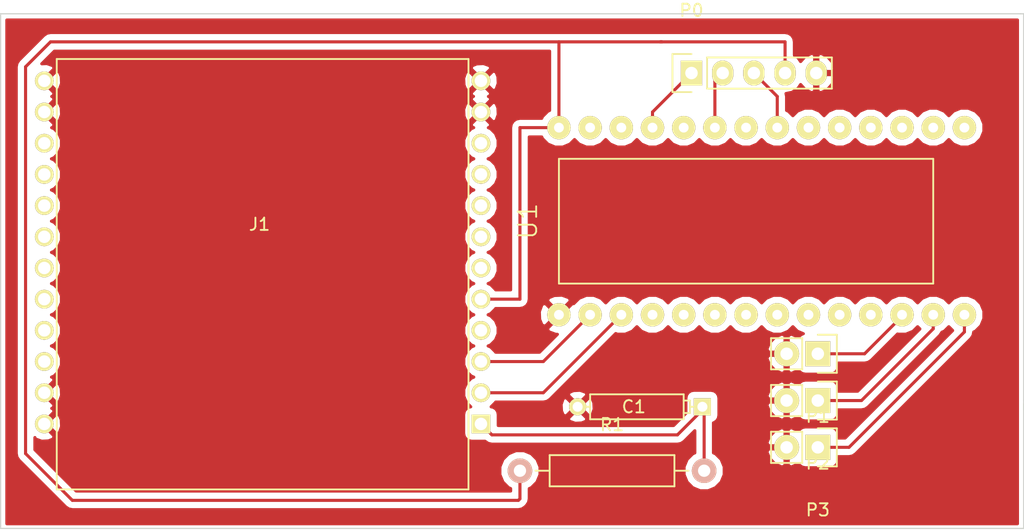
<source format=kicad_pcb>
(kicad_pcb (version 4) (host pcbnew 4.0.1-stable)

  (general
    (links 24)
    (no_connects 0)
    (area 153.873999 101.803999 237.286001 143.814001)
    (thickness 1.6)
    (drawings 7)
    (tracks 41)
    (zones 0)
    (modules 8)
    (nets 44)
  )

  (page A4)
  (layers
    (0 F.Cu signal)
    (31 B.Cu signal)
    (32 B.Adhes user)
    (33 F.Adhes user)
    (34 B.Paste user)
    (35 F.Paste user)
    (36 B.SilkS user)
    (37 F.SilkS user)
    (38 B.Mask user)
    (39 F.Mask user)
    (40 Dwgs.User user)
    (41 Cmts.User user)
    (42 Eco1.User user)
    (43 Eco2.User user)
    (44 Edge.Cuts user)
    (45 Margin user)
    (46 B.CrtYd user)
    (47 F.CrtYd user)
    (48 B.Fab user)
    (49 F.Fab user)
  )

  (setup
    (last_trace_width 0.25)
    (trace_clearance 0.2)
    (zone_clearance 0.508)
    (zone_45_only no)
    (trace_min 0.2)
    (segment_width 0.2)
    (edge_width 0.1)
    (via_size 0.6)
    (via_drill 0.4)
    (via_min_size 0.4)
    (via_min_drill 0.3)
    (uvia_size 0.3)
    (uvia_drill 0.1)
    (uvias_allowed no)
    (uvia_min_size 0.2)
    (uvia_min_drill 0.1)
    (pcb_text_width 0.3)
    (pcb_text_size 1.5 1.5)
    (mod_edge_width 0.15)
    (mod_text_size 1 1)
    (mod_text_width 0.15)
    (pad_size 1.5 1.5)
    (pad_drill 0.6)
    (pad_to_mask_clearance 0)
    (aux_axis_origin 0 0)
    (visible_elements 7FFFFFFF)
    (pcbplotparams
      (layerselection 0x00030_80000001)
      (usegerberextensions false)
      (excludeedgelayer true)
      (linewidth 0.100000)
      (plotframeref false)
      (viasonmask false)
      (mode 1)
      (useauxorigin false)
      (hpglpennumber 1)
      (hpglpenspeed 20)
      (hpglpendiameter 15)
      (hpglpenoverlay 2)
      (psnegative false)
      (psa4output false)
      (plotreference true)
      (plotvalue true)
      (plotinvisibletext false)
      (padsonsilk false)
      (subtractmaskfromsilk false)
      (outputformat 1)
      (mirror false)
      (drillshape 1)
      (scaleselection 1)
      (outputdirectory ""))
  )

  (net 0 "")
  (net 1 Earth)
  (net 2 "Net-(J1-Pad10)")
  (net 3 "Net-(J1-Pad9)")
  (net 4 "Net-(J1-Pad8)")
  (net 5 "Net-(J1-Pad7)")
  (net 6 "Net-(J1-Pad6)")
  (net 7 +5V)
  (net 8 "Net-(J1-Pad4)")
  (net 9 "Net-(J1-Pad3)")
  (net 10 "Net-(J1-Pad2)")
  (net 11 "Net-(P1-Pad1)")
  (net 12 "Net-(P2-Pad1)")
  (net 13 "Net-(P3-Pad1)")
  (net 14 "Net-(U1-Pad3)")
  (net 15 "Net-(U1-Pad4)")
  (net 16 "Net-(U1-Pad5)")
  (net 17 "Net-(U1-Pad6)")
  (net 18 "Net-(U1-Pad7)")
  (net 19 "Net-(U1-Pad8)")
  (net 20 "Net-(U1-Pad9)")
  (net 21 "Net-(U1-Pad13)")
  (net 22 "Net-(U1-Pad17)")
  (net 23 "Net-(U1-Pad18)")
  (net 24 "Net-(U1-Pad20)")
  (net 25 "Net-(U1-Pad22)")
  (net 26 "Net-(U1-Pad24)")
  (net 27 "Net-(U1-Pad25)")
  (net 28 "Net-(C1-Pad1)")
  (net 29 "Net-(J1-Pad15)")
  (net 30 "Net-(J1-Pad16)")
  (net 31 "Net-(J1-Pad17)")
  (net 32 "Net-(J1-Pad18)")
  (net 33 "Net-(J1-Pad19)")
  (net 34 "Net-(J1-Pad20)")
  (net 35 "Net-(J1-Pad21)")
  (net 36 "Net-(J1-Pad22)")
  (net 37 "Net-(P0-Pad1)")
  (net 38 "Net-(P0-Pad2)")
  (net 39 "Net-(P0-Pad3)")
  (net 40 "Net-(U1-Pad14)")
  (net 41 "Net-(U1-Pad15)")
  (net 42 "Net-(U1-Pad16)")
  (net 43 "Net-(U1-Pad2)")

  (net_class Default "This is the default net class."
    (clearance 0.2)
    (trace_width 0.25)
    (via_dia 0.6)
    (via_drill 0.4)
    (uvia_dia 0.3)
    (uvia_drill 0.1)
    (add_net +5V)
    (add_net Earth)
    (add_net "Net-(C1-Pad1)")
    (add_net "Net-(J1-Pad10)")
    (add_net "Net-(J1-Pad15)")
    (add_net "Net-(J1-Pad16)")
    (add_net "Net-(J1-Pad17)")
    (add_net "Net-(J1-Pad18)")
    (add_net "Net-(J1-Pad19)")
    (add_net "Net-(J1-Pad2)")
    (add_net "Net-(J1-Pad20)")
    (add_net "Net-(J1-Pad21)")
    (add_net "Net-(J1-Pad22)")
    (add_net "Net-(J1-Pad3)")
    (add_net "Net-(J1-Pad4)")
    (add_net "Net-(J1-Pad6)")
    (add_net "Net-(J1-Pad7)")
    (add_net "Net-(J1-Pad8)")
    (add_net "Net-(J1-Pad9)")
    (add_net "Net-(P0-Pad1)")
    (add_net "Net-(P0-Pad2)")
    (add_net "Net-(P0-Pad3)")
    (add_net "Net-(P1-Pad1)")
    (add_net "Net-(P2-Pad1)")
    (add_net "Net-(P3-Pad1)")
    (add_net "Net-(U1-Pad13)")
    (add_net "Net-(U1-Pad14)")
    (add_net "Net-(U1-Pad15)")
    (add_net "Net-(U1-Pad16)")
    (add_net "Net-(U1-Pad17)")
    (add_net "Net-(U1-Pad18)")
    (add_net "Net-(U1-Pad2)")
    (add_net "Net-(U1-Pad20)")
    (add_net "Net-(U1-Pad22)")
    (add_net "Net-(U1-Pad24)")
    (add_net "Net-(U1-Pad25)")
    (add_net "Net-(U1-Pad3)")
    (add_net "Net-(U1-Pad4)")
    (add_net "Net-(U1-Pad5)")
    (add_net "Net-(U1-Pad6)")
    (add_net "Net-(U1-Pad7)")
    (add_net "Net-(U1-Pad8)")
    (add_net "Net-(U1-Pad9)")
  )

  (module Discret:CP4 (layer F.Cu) (tedit 0) (tstamp 56EDCA80)
    (at 205.994 133.858 180)
    (descr "Condensateur polarise")
    (tags CP)
    (path /56EDCA55)
    (fp_text reference C1 (at 0.508 0 180) (layer F.SilkS)
      (effects (font (size 1 1) (thickness 0.15)))
    )
    (fp_text value CP (at 0.508 0 180) (layer F.Fab)
      (effects (font (size 1 1) (thickness 0.15)))
    )
    (fp_line (start 5.08 0) (end 4.064 0) (layer F.SilkS) (width 0.15))
    (fp_line (start 4.064 0) (end 4.064 1.016) (layer F.SilkS) (width 0.15))
    (fp_line (start 4.064 1.016) (end -3.556 1.016) (layer F.SilkS) (width 0.15))
    (fp_line (start -3.556 1.016) (end -3.556 -1.016) (layer F.SilkS) (width 0.15))
    (fp_line (start -3.556 -1.016) (end 4.064 -1.016) (layer F.SilkS) (width 0.15))
    (fp_line (start 4.064 -1.016) (end 4.064 0) (layer F.SilkS) (width 0.15))
    (fp_line (start -5.08 0) (end -4.064 0) (layer F.SilkS) (width 0.15))
    (fp_line (start -3.556 0.508) (end -4.064 0.508) (layer F.SilkS) (width 0.15))
    (fp_line (start -4.064 0.508) (end -4.064 -0.508) (layer F.SilkS) (width 0.15))
    (fp_line (start -4.064 -0.508) (end -3.556 -0.508) (layer F.SilkS) (width 0.15))
    (pad 1 thru_hole rect (at -5.08 0 180) (size 1.397 1.397) (drill 0.8128) (layers *.Cu *.Mask F.SilkS)
      (net 28 "Net-(C1-Pad1)"))
    (pad 2 thru_hole circle (at 5.08 0 180) (size 1.397 1.397) (drill 0.8128) (layers *.Cu *.Mask F.SilkS)
      (net 1 Earth))
    (model Discret.3dshapes/CP4.wrl
      (at (xyz 0 0 0))
      (scale (xyz 0.4 0.4 0.4))
      (rotate (xyz 0 0 0))
    )
  )

  (module EVM-915_DTS:EVM-915-DTS-Shape (layer F.Cu) (tedit 56EDC74B) (tstamp 56EDCAB2)
    (at 193.04 135.255 180)
    (path /56EAE0CB)
    (fp_text reference J1 (at 18.034 16.256 180) (layer F.SilkS)
      (effects (font (size 1 1) (thickness 0.15)))
    )
    (fp_text value EVM-915-DTS (at 18.288 10.922 180) (layer F.Fab)
      (effects (font (size 1 1) (thickness 0.15)))
    )
    (fp_line (start 34.544 -5.334) (end 34.544 29.718) (layer F.SilkS) (width 0.15))
    (fp_line (start 34.544 29.718) (end 1.016 29.718) (layer F.SilkS) (width 0.15))
    (fp_line (start 1.016 29.718) (end 1.016 -5.334) (layer F.SilkS) (width 0.15))
    (fp_line (start 1.016 -5.334) (end 34.544 -5.334) (layer F.SilkS) (width 0.15))
    (pad 1 thru_hole rect (at 0 0 180) (size 1.524 1.524) (drill 1.016) (layers *.Cu *.Mask F.SilkS)
      (net 28 "Net-(C1-Pad1)"))
    (pad 2 thru_hole circle (at 0 2.54 180) (size 1.524 1.524) (drill 1.016) (layers *.Cu *.Mask F.SilkS)
      (net 10 "Net-(J1-Pad2)"))
    (pad 3 thru_hole circle (at 0 5.08 180) (size 1.524 1.524) (drill 1.016) (layers *.Cu *.Mask F.SilkS)
      (net 9 "Net-(J1-Pad3)"))
    (pad 4 thru_hole circle (at 0 7.62 180) (size 1.524 1.524) (drill 1.016) (layers *.Cu *.Mask F.SilkS)
      (net 8 "Net-(J1-Pad4)"))
    (pad 5 thru_hole circle (at 0 10.16 180) (size 1.524 1.524) (drill 1.016) (layers *.Cu *.Mask F.SilkS)
      (net 7 +5V))
    (pad 6 thru_hole circle (at 0 12.7 180) (size 1.524 1.524) (drill 1.016) (layers *.Cu *.Mask F.SilkS)
      (net 6 "Net-(J1-Pad6)"))
    (pad 7 thru_hole circle (at 0 15.24 180) (size 1.524 1.524) (drill 1.016) (layers *.Cu *.Mask F.SilkS)
      (net 5 "Net-(J1-Pad7)"))
    (pad 8 thru_hole circle (at 0 17.78 180) (size 1.524 1.524) (drill 1.016) (layers *.Cu *.Mask F.SilkS)
      (net 4 "Net-(J1-Pad8)"))
    (pad 9 thru_hole circle (at 0 20.32 180) (size 1.524 1.524) (drill 1.016) (layers *.Cu *.Mask F.SilkS)
      (net 3 "Net-(J1-Pad9)"))
    (pad 10 thru_hole circle (at 0 22.86 180) (size 1.524 1.524) (drill 1.016) (layers *.Cu *.Mask F.SilkS)
      (net 2 "Net-(J1-Pad10)"))
    (pad 11 thru_hole circle (at 0 25.4 180) (size 1.524 1.524) (drill 1.016) (layers *.Cu *.Mask F.SilkS)
      (net 1 Earth))
    (pad 12 thru_hole circle (at 0 27.94 180) (size 1.524 1.524) (drill 1.016) (layers *.Cu *.Mask F.SilkS)
      (net 1 Earth))
    (pad 13 thru_hole circle (at 35.56 27.94 180) (size 1.524 1.524) (drill 1.016) (layers *.Cu *.Mask F.SilkS)
      (net 1 Earth))
    (pad 14 thru_hole circle (at 35.56 25.4 180) (size 1.524 1.524) (drill 1.016) (layers *.Cu *.Mask F.SilkS)
      (net 1 Earth))
    (pad 15 thru_hole circle (at 35.56 22.86 180) (size 1.524 1.524) (drill 1.016) (layers *.Cu *.Mask F.SilkS)
      (net 29 "Net-(J1-Pad15)"))
    (pad 16 thru_hole circle (at 35.56 20.32 180) (size 1.524 1.524) (drill 1.016) (layers *.Cu *.Mask F.SilkS)
      (net 30 "Net-(J1-Pad16)"))
    (pad 17 thru_hole circle (at 35.56 17.78 180) (size 1.524 1.524) (drill 1.016) (layers *.Cu *.Mask F.SilkS)
      (net 31 "Net-(J1-Pad17)"))
    (pad 18 thru_hole circle (at 35.56 15.24 180) (size 1.524 1.524) (drill 1.016) (layers *.Cu *.Mask F.SilkS)
      (net 32 "Net-(J1-Pad18)"))
    (pad 19 thru_hole circle (at 35.56 12.7 180) (size 1.524 1.524) (drill 1.016) (layers *.Cu *.Mask F.SilkS)
      (net 33 "Net-(J1-Pad19)"))
    (pad 20 thru_hole circle (at 35.56 10.16 180) (size 1.524 1.524) (drill 1.016) (layers *.Cu *.Mask F.SilkS)
      (net 34 "Net-(J1-Pad20)"))
    (pad 21 thru_hole circle (at 35.56 7.62 180) (size 1.524 1.524) (drill 1.016) (layers *.Cu *.Mask F.SilkS)
      (net 35 "Net-(J1-Pad21)"))
    (pad 22 thru_hole circle (at 35.56 5.08 180) (size 1.524 1.524) (drill 1.016) (layers *.Cu *.Mask F.SilkS)
      (net 36 "Net-(J1-Pad22)"))
    (pad 23 thru_hole circle (at 35.56 2.54 180) (size 1.524 1.524) (drill 1.016) (layers *.Cu *.Mask F.SilkS)
      (net 1 Earth))
    (pad 24 thru_hole circle (at 35.56 0 180) (size 1.524 1.524) (drill 1.016) (layers *.Cu *.Mask F.SilkS)
      (net 1 Earth))
  )

  (module Socket_Strips:Socket_Strip_Straight_1x02 (layer F.Cu) (tedit 54E9F75E) (tstamp 56EDCAC3)
    (at 220.472 129.54 180)
    (descr "Through hole socket strip")
    (tags "socket strip")
    (path /56EA1A74)
    (fp_text reference P1 (at 0 -5.1 180) (layer F.SilkS)
      (effects (font (size 1 1) (thickness 0.15)))
    )
    (fp_text value CONN_01X02 (at 0 -3.1 180) (layer F.Fab)
      (effects (font (size 1 1) (thickness 0.15)))
    )
    (fp_line (start -1.55 1.55) (end 0 1.55) (layer F.SilkS) (width 0.15))
    (fp_line (start 3.81 1.27) (end 1.27 1.27) (layer F.SilkS) (width 0.15))
    (fp_line (start -1.75 -1.75) (end -1.75 1.75) (layer F.CrtYd) (width 0.05))
    (fp_line (start 4.3 -1.75) (end 4.3 1.75) (layer F.CrtYd) (width 0.05))
    (fp_line (start -1.75 -1.75) (end 4.3 -1.75) (layer F.CrtYd) (width 0.05))
    (fp_line (start -1.75 1.75) (end 4.3 1.75) (layer F.CrtYd) (width 0.05))
    (fp_line (start 1.27 1.27) (end 1.27 -1.27) (layer F.SilkS) (width 0.15))
    (fp_line (start 0 -1.55) (end -1.55 -1.55) (layer F.SilkS) (width 0.15))
    (fp_line (start -1.55 -1.55) (end -1.55 1.55) (layer F.SilkS) (width 0.15))
    (fp_line (start 1.27 -1.27) (end 3.81 -1.27) (layer F.SilkS) (width 0.15))
    (fp_line (start 3.81 -1.27) (end 3.81 1.27) (layer F.SilkS) (width 0.15))
    (pad 1 thru_hole rect (at 0 0 180) (size 2.032 2.032) (drill 1.016) (layers *.Cu *.Mask F.SilkS)
      (net 11 "Net-(P1-Pad1)"))
    (pad 2 thru_hole oval (at 2.54 0 180) (size 2.032 2.032) (drill 1.016) (layers *.Cu *.Mask F.SilkS)
      (net 1 Earth))
    (model Socket_Strips.3dshapes/Socket_Strip_Straight_1x02.wrl
      (at (xyz 0.05 0 0))
      (scale (xyz 1 1 1))
      (rotate (xyz 0 0 180))
    )
  )

  (module Socket_Strips:Socket_Strip_Straight_1x02 (layer F.Cu) (tedit 54E9F75E) (tstamp 56EDCAD4)
    (at 220.472 133.35 180)
    (descr "Through hole socket strip")
    (tags "socket strip")
    (path /56EA1C00)
    (fp_text reference P2 (at 0 -5.1 180) (layer F.SilkS)
      (effects (font (size 1 1) (thickness 0.15)))
    )
    (fp_text value CONN_01X02 (at 0 -3.1 180) (layer F.Fab)
      (effects (font (size 1 1) (thickness 0.15)))
    )
    (fp_line (start -1.55 1.55) (end 0 1.55) (layer F.SilkS) (width 0.15))
    (fp_line (start 3.81 1.27) (end 1.27 1.27) (layer F.SilkS) (width 0.15))
    (fp_line (start -1.75 -1.75) (end -1.75 1.75) (layer F.CrtYd) (width 0.05))
    (fp_line (start 4.3 -1.75) (end 4.3 1.75) (layer F.CrtYd) (width 0.05))
    (fp_line (start -1.75 -1.75) (end 4.3 -1.75) (layer F.CrtYd) (width 0.05))
    (fp_line (start -1.75 1.75) (end 4.3 1.75) (layer F.CrtYd) (width 0.05))
    (fp_line (start 1.27 1.27) (end 1.27 -1.27) (layer F.SilkS) (width 0.15))
    (fp_line (start 0 -1.55) (end -1.55 -1.55) (layer F.SilkS) (width 0.15))
    (fp_line (start -1.55 -1.55) (end -1.55 1.55) (layer F.SilkS) (width 0.15))
    (fp_line (start 1.27 -1.27) (end 3.81 -1.27) (layer F.SilkS) (width 0.15))
    (fp_line (start 3.81 -1.27) (end 3.81 1.27) (layer F.SilkS) (width 0.15))
    (pad 1 thru_hole rect (at 0 0 180) (size 2.032 2.032) (drill 1.016) (layers *.Cu *.Mask F.SilkS)
      (net 12 "Net-(P2-Pad1)"))
    (pad 2 thru_hole oval (at 2.54 0 180) (size 2.032 2.032) (drill 1.016) (layers *.Cu *.Mask F.SilkS)
      (net 1 Earth))
    (model Socket_Strips.3dshapes/Socket_Strip_Straight_1x02.wrl
      (at (xyz 0.05 0 0))
      (scale (xyz 1 1 1))
      (rotate (xyz 0 0 180))
    )
  )

  (module Socket_Strips:Socket_Strip_Straight_1x02 (layer F.Cu) (tedit 54E9F75E) (tstamp 56EDCAE5)
    (at 220.472 137.16 180)
    (descr "Through hole socket strip")
    (tags "socket strip")
    (path /56EA1C27)
    (fp_text reference P3 (at 0 -5.1 180) (layer F.SilkS)
      (effects (font (size 1 1) (thickness 0.15)))
    )
    (fp_text value CONN_01X02 (at 0 -3.1 180) (layer F.Fab)
      (effects (font (size 1 1) (thickness 0.15)))
    )
    (fp_line (start -1.55 1.55) (end 0 1.55) (layer F.SilkS) (width 0.15))
    (fp_line (start 3.81 1.27) (end 1.27 1.27) (layer F.SilkS) (width 0.15))
    (fp_line (start -1.75 -1.75) (end -1.75 1.75) (layer F.CrtYd) (width 0.05))
    (fp_line (start 4.3 -1.75) (end 4.3 1.75) (layer F.CrtYd) (width 0.05))
    (fp_line (start -1.75 -1.75) (end 4.3 -1.75) (layer F.CrtYd) (width 0.05))
    (fp_line (start -1.75 1.75) (end 4.3 1.75) (layer F.CrtYd) (width 0.05))
    (fp_line (start 1.27 1.27) (end 1.27 -1.27) (layer F.SilkS) (width 0.15))
    (fp_line (start 0 -1.55) (end -1.55 -1.55) (layer F.SilkS) (width 0.15))
    (fp_line (start -1.55 -1.55) (end -1.55 1.55) (layer F.SilkS) (width 0.15))
    (fp_line (start 1.27 -1.27) (end 3.81 -1.27) (layer F.SilkS) (width 0.15))
    (fp_line (start 3.81 -1.27) (end 3.81 1.27) (layer F.SilkS) (width 0.15))
    (pad 1 thru_hole rect (at 0 0 180) (size 2.032 2.032) (drill 1.016) (layers *.Cu *.Mask F.SilkS)
      (net 13 "Net-(P3-Pad1)"))
    (pad 2 thru_hole oval (at 2.54 0 180) (size 2.032 2.032) (drill 1.016) (layers *.Cu *.Mask F.SilkS)
      (net 1 Earth))
    (model Socket_Strips.3dshapes/Socket_Strip_Straight_1x02.wrl
      (at (xyz 0.05 0 0))
      (scale (xyz 1 1 1))
      (rotate (xyz 0 0 180))
    )
  )

  (module Resistors_ThroughHole:Resistor_Horizontal_RM15mm (layer F.Cu) (tedit 569FCEE8) (tstamp 56EDCAF5)
    (at 196.215 139.065)
    (descr "Resistor, Axial, RM 15mm,")
    (tags "Resistor Axial RM 15mm")
    (path /56EDCB04)
    (fp_text reference R1 (at 7.5 -3.74904) (layer F.SilkS)
      (effects (font (size 1 1) (thickness 0.15)))
    )
    (fp_text value 10 (at 7.5 4.0005) (layer F.Fab)
      (effects (font (size 1 1) (thickness 0.15)))
    )
    (fp_line (start -1.25 1.5) (end -1.25 -1.5) (layer F.CrtYd) (width 0.05))
    (fp_line (start -1.25 -1.5) (end 16.25 -1.5) (layer F.CrtYd) (width 0.05))
    (fp_line (start 16.25 -1.5) (end 16.25 1.5) (layer F.CrtYd) (width 0.05))
    (fp_line (start 16.25 1.5) (end -1.25 1.5) (layer F.CrtYd) (width 0.05))
    (fp_line (start 2.42 -1.27) (end 2.42 1.27) (layer F.SilkS) (width 0.15))
    (fp_line (start 2.42 1.27) (end 12.58 1.27) (layer F.SilkS) (width 0.15))
    (fp_line (start 12.58 1.27) (end 12.58 -1.27) (layer F.SilkS) (width 0.15))
    (fp_line (start 12.58 -1.27) (end 2.42 -1.27) (layer F.SilkS) (width 0.15))
    (fp_line (start 13.73 0) (end 12.58 0) (layer F.SilkS) (width 0.15))
    (fp_line (start 1.27 0) (end 2.42 0) (layer F.SilkS) (width 0.15))
    (pad 1 thru_hole circle (at 0 0) (size 1.99898 1.99898) (drill 1.00076) (layers *.Cu *.SilkS *.Mask)
      (net 7 +5V))
    (pad 2 thru_hole circle (at 15 0) (size 1.99898 1.99898) (drill 1.00076) (layers *.Cu *.SilkS *.Mask)
      (net 28 "Net-(C1-Pad1)"))
    (model Resistors_ThroughHole.3dshapes/Resistor_Horizontal_RM15mm.wrl
      (at (xyz 0.295 0 0))
      (scale (xyz 0.395 0.4 0.4))
      (rotate (xyz 0 0 0))
    )
  )

  (module Teensy-3:Teensy-3.1 (layer F.Cu) (tedit 5506D470) (tstamp 56EDCB19)
    (at 201.93 126.365)
    (path /56D7E358)
    (fp_text reference U1 (at -5.08 -7.62 90) (layer F.SilkS)
      (effects (font (size 1.5 1.5) (thickness 0.15)))
    )
    (fp_text value Teensy_3.1 (at 5.08 -10.16) (layer F.Fab)
      (effects (font (size 1.5 1.5) (thickness 0.15)))
    )
    (fp_line (start -2.54 -12.7) (end 27.94 -12.7) (layer F.SilkS) (width 0.15))
    (fp_line (start 27.94 -12.7) (end 27.94 -2.54) (layer F.SilkS) (width 0.15))
    (fp_line (start 27.94 -2.54) (end -2.54 -2.54) (layer F.SilkS) (width 0.15))
    (fp_line (start -2.54 -2.54) (end -2.54 -12.7) (layer F.SilkS) (width 0.15))
    (pad 0 thru_hole circle (at 0 0) (size 1.9 1.9) (drill 0.8) (layers *.Cu *.Mask F.SilkS)
      (net 9 "Net-(J1-Pad3)"))
    (pad 1 thru_hole circle (at 2.54 0) (size 1.9 1.9) (drill 0.8) (layers *.Cu *.Mask F.SilkS)
      (net 10 "Net-(J1-Pad2)"))
    (pad 2 thru_hole circle (at 5.08 0) (size 1.9 1.9) (drill 0.8) (layers *.Cu *.Mask F.SilkS)
      (net 43 "Net-(U1-Pad2)"))
    (pad 3 thru_hole circle (at 7.62 0) (size 1.9 1.9) (drill 0.8) (layers *.Cu *.Mask F.SilkS)
      (net 14 "Net-(U1-Pad3)"))
    (pad 4 thru_hole circle (at 10.16 0) (size 1.9 1.9) (drill 0.8) (layers *.Cu *.Mask F.SilkS)
      (net 15 "Net-(U1-Pad4)"))
    (pad 5 thru_hole circle (at 12.7 0) (size 1.9 1.9) (drill 0.8) (layers *.Cu *.Mask F.SilkS)
      (net 16 "Net-(U1-Pad5)"))
    (pad 6 thru_hole circle (at 15.24 0) (size 1.9 1.9) (drill 0.8) (layers *.Cu *.Mask F.SilkS)
      (net 17 "Net-(U1-Pad6)"))
    (pad 7 thru_hole circle (at 17.78 0) (size 1.9 1.9) (drill 0.8) (layers *.Cu *.Mask F.SilkS)
      (net 18 "Net-(U1-Pad7)"))
    (pad 8 thru_hole circle (at 20.32 0) (size 1.9 1.9) (drill 0.8) (layers *.Cu *.Mask F.SilkS)
      (net 19 "Net-(U1-Pad8)"))
    (pad 9 thru_hole circle (at 22.86 0) (size 1.9 1.9) (drill 0.8) (layers *.Cu *.Mask F.SilkS)
      (net 20 "Net-(U1-Pad9)"))
    (pad 10 thru_hole circle (at 25.4 0) (size 1.9 1.9) (drill 0.8) (layers *.Cu *.Mask F.SilkS)
      (net 11 "Net-(P1-Pad1)"))
    (pad 11 thru_hole circle (at 27.94 0) (size 1.9 1.9) (drill 0.8) (layers *.Cu *.Mask F.SilkS)
      (net 12 "Net-(P2-Pad1)"))
    (pad 12 thru_hole circle (at 30.48 0) (size 1.9 1.9) (drill 0.8) (layers *.Cu *.Mask F.SilkS)
      (net 13 "Net-(P3-Pad1)"))
    (pad 13 thru_hole circle (at 30.48 -15.24) (size 1.9 1.9) (drill 0.8) (layers *.Cu *.Mask F.SilkS)
      (net 21 "Net-(U1-Pad13)"))
    (pad 14 thru_hole circle (at 27.94 -15.24) (size 1.9 1.9) (drill 0.8) (layers *.Cu *.Mask F.SilkS)
      (net 40 "Net-(U1-Pad14)"))
    (pad 15 thru_hole circle (at 25.4 -15.24) (size 1.9 1.9) (drill 0.8) (layers *.Cu *.Mask F.SilkS)
      (net 41 "Net-(U1-Pad15)"))
    (pad 16 thru_hole circle (at 22.86 -15.24) (size 1.9 1.9) (drill 0.8) (layers *.Cu *.Mask F.SilkS)
      (net 42 "Net-(U1-Pad16)"))
    (pad 17 thru_hole circle (at 20.32 -15.24) (size 1.9 1.9) (drill 0.8) (layers *.Cu *.Mask F.SilkS)
      (net 22 "Net-(U1-Pad17)"))
    (pad 18 thru_hole circle (at 17.78 -15.24) (size 1.9 1.9) (drill 0.8) (layers *.Cu *.Mask F.SilkS)
      (net 23 "Net-(U1-Pad18)"))
    (pad 19 thru_hole circle (at 15.24 -15.24) (size 1.9 1.9) (drill 0.8) (layers *.Cu *.Mask F.SilkS)
      (net 39 "Net-(P0-Pad3)"))
    (pad 20 thru_hole circle (at 12.7 -15.24) (size 1.9 1.9) (drill 0.8) (layers *.Cu *.Mask F.SilkS)
      (net 24 "Net-(U1-Pad20)"))
    (pad 21 thru_hole circle (at 10.16 -15.24) (size 1.9 1.9) (drill 0.8) (layers *.Cu *.Mask F.SilkS)
      (net 38 "Net-(P0-Pad2)"))
    (pad 22 thru_hole circle (at 7.62 -15.24) (size 1.9 1.9) (drill 0.8) (layers *.Cu *.Mask F.SilkS)
      (net 25 "Net-(U1-Pad22)"))
    (pad 23 thru_hole circle (at 5.08 -15.24) (size 1.9 1.9) (drill 0.8) (layers *.Cu *.Mask F.SilkS)
      (net 37 "Net-(P0-Pad1)"))
    (pad 24 thru_hole circle (at 2.54 -15.24) (size 1.9 1.9) (drill 0.8) (layers *.Cu *.Mask F.SilkS)
      (net 26 "Net-(U1-Pad24)"))
    (pad 25 thru_hole circle (at 0 -15.24) (size 1.9 1.9) (drill 0.8) (layers *.Cu *.Mask F.SilkS)
      (net 27 "Net-(U1-Pad25)"))
    (pad 26 thru_hole circle (at -2.54 -15.24) (size 1.9 1.9) (drill 0.8) (layers *.Cu *.Mask F.SilkS)
      (net 7 +5V))
    (pad 27 thru_hole circle (at -2.54 0) (size 1.9 1.9) (drill 0.8) (layers *.Cu *.Mask F.SilkS)
      (net 1 Earth))
  )

  (module Socket_Strips:Socket_Strip_Straight_1x05 (layer F.Cu) (tedit 0) (tstamp 56EDCD67)
    (at 210.185 106.68)
    (descr "Through hole socket strip")
    (tags "socket strip")
    (path /56EDCE79)
    (fp_text reference P0 (at 0 -5.1) (layer F.SilkS)
      (effects (font (size 1 1) (thickness 0.15)))
    )
    (fp_text value CONN_01X05 (at 0 -3.1) (layer F.Fab)
      (effects (font (size 1 1) (thickness 0.15)))
    )
    (fp_line (start -1.75 -1.75) (end -1.75 1.75) (layer F.CrtYd) (width 0.05))
    (fp_line (start 11.95 -1.75) (end 11.95 1.75) (layer F.CrtYd) (width 0.05))
    (fp_line (start -1.75 -1.75) (end 11.95 -1.75) (layer F.CrtYd) (width 0.05))
    (fp_line (start -1.75 1.75) (end 11.95 1.75) (layer F.CrtYd) (width 0.05))
    (fp_line (start 1.27 1.27) (end 11.43 1.27) (layer F.SilkS) (width 0.15))
    (fp_line (start 11.43 1.27) (end 11.43 -1.27) (layer F.SilkS) (width 0.15))
    (fp_line (start 11.43 -1.27) (end 1.27 -1.27) (layer F.SilkS) (width 0.15))
    (fp_line (start -1.55 1.55) (end 0 1.55) (layer F.SilkS) (width 0.15))
    (fp_line (start 1.27 1.27) (end 1.27 -1.27) (layer F.SilkS) (width 0.15))
    (fp_line (start 0 -1.55) (end -1.55 -1.55) (layer F.SilkS) (width 0.15))
    (fp_line (start -1.55 -1.55) (end -1.55 1.55) (layer F.SilkS) (width 0.15))
    (pad 1 thru_hole rect (at 0 0) (size 1.7272 2.032) (drill 1.016) (layers *.Cu *.Mask F.SilkS)
      (net 37 "Net-(P0-Pad1)"))
    (pad 2 thru_hole oval (at 2.54 0) (size 1.7272 2.032) (drill 1.016) (layers *.Cu *.Mask F.SilkS)
      (net 38 "Net-(P0-Pad2)"))
    (pad 3 thru_hole oval (at 5.08 0) (size 1.7272 2.032) (drill 1.016) (layers *.Cu *.Mask F.SilkS)
      (net 39 "Net-(P0-Pad3)"))
    (pad 4 thru_hole oval (at 7.62 0) (size 1.7272 2.032) (drill 1.016) (layers *.Cu *.Mask F.SilkS)
      (net 7 +5V))
    (pad 5 thru_hole oval (at 10.16 0) (size 1.7272 2.032) (drill 1.016) (layers *.Cu *.Mask F.SilkS)
      (net 1 Earth))
    (model Socket_Strips.3dshapes/Socket_Strip_Straight_1x05.wrl
      (at (xyz 0.2 0 0))
      (scale (xyz 1 1 1))
      (rotate (xyz 0 0 180))
    )
  )

  (gr_line (start 237.236 133.35) (end 237.236 134.112) (angle 90) (layer Edge.Cuts) (width 0.1))
  (gr_line (start 237.236 101.854) (end 237.236 133.35) (angle 90) (layer Edge.Cuts) (width 0.1))
  (gr_line (start 236.982 101.854) (end 237.236 101.854) (angle 90) (layer Edge.Cuts) (width 0.1))
  (gr_line (start 153.924 101.854) (end 236.982 101.854) (angle 90) (layer Edge.Cuts) (width 0.1))
  (gr_line (start 153.924 143.764) (end 153.924 101.854) (angle 90) (layer Edge.Cuts) (width 0.1))
  (gr_line (start 237.236 143.764) (end 153.924 143.764) (angle 90) (layer Edge.Cuts) (width 0.1))
  (gr_line (start 237.236 133.604) (end 237.236 143.764) (angle 90) (layer Edge.Cuts) (width 0.1))

  (segment (start 199.39 111.125) (end 199.39 104.14) (width 0.25) (layer F.Cu) (net 7))
  (segment (start 196.215 139.065) (end 196.215 141.351) (width 0.25) (layer F.Cu) (net 7))
  (segment (start 196.215 141.351) (end 196.088 141.478) (width 0.25) (layer F.Cu) (net 7) (tstamp 56EDD593))
  (segment (start 196.088 141.478) (end 159.766 141.478) (width 0.25) (layer F.Cu) (net 7) (tstamp 56EDD597))
  (segment (start 159.766 141.478) (end 155.956 137.668) (width 0.25) (layer F.Cu) (net 7) (tstamp 56EDD5A4))
  (segment (start 155.956 137.668) (end 155.956 106.172) (width 0.25) (layer F.Cu) (net 7) (tstamp 56EDD5AA))
  (segment (start 155.956 106.172) (end 157.988 104.14) (width 0.25) (layer F.Cu) (net 7) (tstamp 56EDD5B1))
  (segment (start 157.988 104.14) (end 199.39 104.14) (width 0.25) (layer F.Cu) (net 7) (tstamp 56EDD5B4))
  (segment (start 199.39 104.14) (end 207.645 104.14) (width 0.25) (layer F.Cu) (net 7) (tstamp 56EDD5D0))
  (segment (start 207.645 104.14) (end 207.772 104.14) (width 0.25) (layer F.Cu) (net 7) (tstamp 56EDD5B9))
  (segment (start 217.805 104.14) (end 207.772 104.14) (width 0.25) (layer F.Cu) (net 7) (tstamp 56EDD238))
  (segment (start 207.772 104.14) (end 207.645 104.14) (width 0.25) (layer F.Cu) (net 7) (tstamp 56EDD5BF))
  (segment (start 217.805 106.68) (end 217.805 104.14) (width 0.25) (layer F.Cu) (net 7))
  (segment (start 193.04 125.095) (end 196.215 125.095) (width 0.25) (layer F.Cu) (net 7))
  (segment (start 196.215 125.095) (end 196.215 111.125) (width 0.25) (layer F.Cu) (net 7) (tstamp 56EDD0E3))
  (segment (start 196.215 111.125) (end 199.39 111.125) (width 0.25) (layer F.Cu) (net 7) (tstamp 56EDD0E4))
  (segment (start 193.04 130.175) (end 198.12 130.175) (width 0.25) (layer F.Cu) (net 9))
  (segment (start 198.12 130.175) (end 201.93 126.365) (width 0.25) (layer F.Cu) (net 9) (tstamp 56EDCEFE))
  (segment (start 193.04 132.715) (end 198.12 132.715) (width 0.25) (layer F.Cu) (net 10))
  (segment (start 198.12 132.715) (end 204.47 126.365) (width 0.25) (layer F.Cu) (net 10) (tstamp 56EDCF03))
  (segment (start 227.33 126.365) (end 227.33 126.492) (width 0.25) (layer F.Cu) (net 11))
  (segment (start 227.33 126.492) (end 224.282 129.54) (width 0.25) (layer F.Cu) (net 11) (tstamp 56EDD583))
  (segment (start 224.282 129.54) (end 220.472 129.54) (width 0.25) (layer F.Cu) (net 11) (tstamp 56EDD584))
  (segment (start 229.87 126.365) (end 229.87 127.508) (width 0.25) (layer F.Cu) (net 12))
  (segment (start 224.028 133.35) (end 220.472 133.35) (width 0.25) (layer F.Cu) (net 12) (tstamp 56EDD589))
  (segment (start 229.87 127.508) (end 224.028 133.35) (width 0.25) (layer F.Cu) (net 12) (tstamp 56EDD587))
  (segment (start 232.41 126.365) (end 232.41 127.762) (width 0.25) (layer F.Cu) (net 13))
  (segment (start 223.012 137.16) (end 220.472 137.16) (width 0.25) (layer F.Cu) (net 13) (tstamp 56EDD58E))
  (segment (start 232.41 127.762) (end 223.012 137.16) (width 0.25) (layer F.Cu) (net 13) (tstamp 56EDD58C))
  (segment (start 211.074 133.858) (end 211.074 134.112) (width 0.25) (layer F.Cu) (net 28))
  (segment (start 211.074 134.112) (end 209.042 136.144) (width 0.25) (layer F.Cu) (net 28) (tstamp 56EDD5E7))
  (segment (start 193.929 136.144) (end 193.04 135.255) (width 0.25) (layer F.Cu) (net 28) (tstamp 56EDD5F0))
  (segment (start 209.042 136.144) (end 193.929 136.144) (width 0.25) (layer F.Cu) (net 28) (tstamp 56EDD5E9))
  (segment (start 211.215 139.065) (end 211.215 133.999) (width 0.25) (layer F.Cu) (net 28))
  (segment (start 211.215 133.999) (end 211.074 133.858) (width 0.25) (layer F.Cu) (net 28) (tstamp 56EDD5D7))
  (segment (start 207.01 111.125) (end 207.01 109.855) (width 0.25) (layer F.Cu) (net 37))
  (segment (start 207.01 109.855) (end 210.185 106.68) (width 0.25) (layer F.Cu) (net 37) (tstamp 56EDCDFE))
  (segment (start 212.09 111.125) (end 212.09 107.315) (width 0.25) (layer F.Cu) (net 38))
  (segment (start 212.09 107.315) (end 212.725 106.68) (width 0.25) (layer F.Cu) (net 38) (tstamp 56EDCE02))
  (segment (start 217.17 111.125) (end 217.17 108.585) (width 0.25) (layer F.Cu) (net 39))
  (segment (start 217.17 108.585) (end 215.265 106.68) (width 0.25) (layer F.Cu) (net 39) (tstamp 56EDCE06))

  (zone (net 1) (net_name Earth) (layer F.Cu) (tstamp 56EDD287) (hatch edge 0.508)
    (connect_pads (clearance 0.508))
    (min_thickness 0.254)
    (fill yes (arc_segments 16) (thermal_gap 0.508) (thermal_bridge_width 0.508))
    (polygon
      (pts
        (xy 205.105 102.235) (xy 154.305 102.235) (xy 154.305 143.51) (xy 236.855 143.51) (xy 236.855 102.235)
        (xy 205.105 102.235) (xy 203.2 102.235)
      )
    )
    (filled_polygon
      (pts
        (xy 236.728 143.383) (xy 154.432 143.383) (xy 154.432 106.172) (xy 155.196 106.172) (xy 155.196 137.668)
        (xy 155.253852 137.958839) (xy 155.418599 138.205401) (xy 159.228599 142.015401) (xy 159.475161 142.180148) (xy 159.766 142.238)
        (xy 196.088 142.238) (xy 196.378839 142.180148) (xy 196.625401 142.015401) (xy 196.752401 141.888401) (xy 196.917148 141.641839)
        (xy 196.975 141.351) (xy 196.975 140.519496) (xy 197.139655 140.451462) (xy 197.599846 139.992073) (xy 197.849206 139.391547)
        (xy 197.849774 138.741306) (xy 197.601462 138.140345) (xy 197.142073 137.680154) (xy 196.541547 137.430794) (xy 195.891306 137.430226)
        (xy 195.290345 137.678538) (xy 194.830154 138.137927) (xy 194.580794 138.738453) (xy 194.580226 139.388694) (xy 194.828538 139.989655)
        (xy 195.287927 140.449846) (xy 195.455 140.519221) (xy 195.455 140.718) (xy 160.080802 140.718) (xy 156.716 137.353198)
        (xy 156.716 136.362844) (xy 156.748857 136.477397) (xy 157.272302 136.664144) (xy 157.827368 136.636362) (xy 158.211143 136.477397)
        (xy 158.280608 136.235213) (xy 157.48 135.434605) (xy 157.465858 135.448748) (xy 157.286253 135.269143) (xy 157.300395 135.255)
        (xy 157.659605 135.255) (xy 158.460213 136.055608) (xy 158.702397 135.986143) (xy 158.889144 135.462698) (xy 158.861362 134.907632)
        (xy 158.702397 134.523857) (xy 158.460213 134.454392) (xy 157.659605 135.255) (xy 157.300395 135.255) (xy 157.286253 135.240858)
        (xy 157.465858 135.061253) (xy 157.48 135.075395) (xy 158.280608 134.274787) (xy 158.211143 134.032603) (xy 158.087656 133.988547)
        (xy 158.211143 133.937397) (xy 158.280608 133.695213) (xy 157.48 132.894605) (xy 157.465858 132.908748) (xy 157.286253 132.729143)
        (xy 157.300395 132.715) (xy 157.659605 132.715) (xy 158.460213 133.515608) (xy 158.702397 133.446143) (xy 158.889144 132.922698)
        (xy 158.861362 132.367632) (xy 158.702397 131.983857) (xy 158.460213 131.914392) (xy 157.659605 132.715) (xy 157.300395 132.715)
        (xy 157.286253 132.700858) (xy 157.465858 132.521253) (xy 157.48 132.535395) (xy 158.280608 131.734787) (xy 158.211143 131.492603)
        (xy 158.070682 131.442491) (xy 158.270303 131.36001) (xy 158.663629 130.96737) (xy 158.876757 130.4541) (xy 158.877242 129.898339)
        (xy 158.66501 129.384697) (xy 158.27237 128.991371) (xy 158.064488 128.905051) (xy 158.270303 128.82001) (xy 158.663629 128.42737)
        (xy 158.876757 127.9141) (xy 158.877242 127.358339) (xy 158.66501 126.844697) (xy 158.27237 126.451371) (xy 158.064488 126.365051)
        (xy 158.270303 126.28001) (xy 158.663629 125.88737) (xy 158.876757 125.3741) (xy 158.877242 124.818339) (xy 158.66501 124.304697)
        (xy 158.27237 123.911371) (xy 158.064488 123.825051) (xy 158.270303 123.74001) (xy 158.663629 123.34737) (xy 158.876757 122.8341)
        (xy 158.877242 122.278339) (xy 158.66501 121.764697) (xy 158.27237 121.371371) (xy 158.064488 121.285051) (xy 158.270303 121.20001)
        (xy 158.663629 120.80737) (xy 158.876757 120.2941) (xy 158.877242 119.738339) (xy 158.66501 119.224697) (xy 158.27237 118.831371)
        (xy 158.064488 118.745051) (xy 158.270303 118.66001) (xy 158.663629 118.26737) (xy 158.876757 117.7541) (xy 158.877242 117.198339)
        (xy 158.66501 116.684697) (xy 158.27237 116.291371) (xy 158.064488 116.205051) (xy 158.270303 116.12001) (xy 158.663629 115.72737)
        (xy 158.876757 115.2141) (xy 158.877242 114.658339) (xy 158.66501 114.144697) (xy 158.27237 113.751371) (xy 158.064488 113.665051)
        (xy 158.270303 113.58001) (xy 158.663629 113.18737) (xy 158.876757 112.6741) (xy 158.877242 112.118339) (xy 158.66501 111.604697)
        (xy 158.27237 111.211371) (xy 158.080273 111.131605) (xy 158.211143 111.077397) (xy 158.280608 110.835213) (xy 157.48 110.034605)
        (xy 157.465858 110.048748) (xy 157.286253 109.869143) (xy 157.300395 109.855) (xy 157.659605 109.855) (xy 158.460213 110.655608)
        (xy 158.702397 110.586143) (xy 158.889144 110.062698) (xy 158.868353 109.647302) (xy 191.630856 109.647302) (xy 191.658638 110.202368)
        (xy 191.817603 110.586143) (xy 192.059787 110.655608) (xy 192.860395 109.855) (xy 193.219605 109.855) (xy 194.020213 110.655608)
        (xy 194.262397 110.586143) (xy 194.449144 110.062698) (xy 194.421362 109.507632) (xy 194.262397 109.123857) (xy 194.020213 109.054392)
        (xy 193.219605 109.855) (xy 192.860395 109.855) (xy 192.059787 109.054392) (xy 191.817603 109.123857) (xy 191.630856 109.647302)
        (xy 158.868353 109.647302) (xy 158.861362 109.507632) (xy 158.702397 109.123857) (xy 158.460213 109.054392) (xy 157.659605 109.855)
        (xy 157.300395 109.855) (xy 157.286253 109.840858) (xy 157.465858 109.661253) (xy 157.48 109.675395) (xy 158.280608 108.874787)
        (xy 158.211143 108.632603) (xy 158.087656 108.588547) (xy 158.211143 108.537397) (xy 158.280608 108.295213) (xy 192.239392 108.295213)
        (xy 192.308857 108.537397) (xy 192.432344 108.581453) (xy 192.308857 108.632603) (xy 192.239392 108.874787) (xy 193.04 109.675395)
        (xy 193.840608 108.874787) (xy 193.771143 108.632603) (xy 193.647656 108.588547) (xy 193.771143 108.537397) (xy 193.840608 108.295213)
        (xy 193.04 107.494605) (xy 192.239392 108.295213) (xy 158.280608 108.295213) (xy 157.48 107.494605) (xy 157.465858 107.508748)
        (xy 157.286253 107.329143) (xy 157.300395 107.315) (xy 157.659605 107.315) (xy 158.460213 108.115608) (xy 158.702397 108.046143)
        (xy 158.889144 107.522698) (xy 158.868353 107.107302) (xy 191.630856 107.107302) (xy 191.658638 107.662368) (xy 191.817603 108.046143)
        (xy 192.059787 108.115608) (xy 192.860395 107.315) (xy 193.219605 107.315) (xy 194.020213 108.115608) (xy 194.262397 108.046143)
        (xy 194.449144 107.522698) (xy 194.421362 106.967632) (xy 194.262397 106.583857) (xy 194.020213 106.514392) (xy 193.219605 107.315)
        (xy 192.860395 107.315) (xy 192.059787 106.514392) (xy 191.817603 106.583857) (xy 191.630856 107.107302) (xy 158.868353 107.107302)
        (xy 158.861362 106.967632) (xy 158.702397 106.583857) (xy 158.460213 106.514392) (xy 157.659605 107.315) (xy 157.300395 107.315)
        (xy 157.286253 107.300858) (xy 157.465858 107.121253) (xy 157.48 107.135395) (xy 158.280608 106.334787) (xy 192.239392 106.334787)
        (xy 193.04 107.135395) (xy 193.840608 106.334787) (xy 193.771143 106.092603) (xy 193.247698 105.905856) (xy 192.692632 105.933638)
        (xy 192.308857 106.092603) (xy 192.239392 106.334787) (xy 158.280608 106.334787) (xy 158.211143 106.092603) (xy 157.687698 105.905856)
        (xy 157.276358 105.926444) (xy 158.302802 104.9) (xy 198.63 104.9) (xy 198.63 109.724053) (xy 198.493343 109.780519)
        (xy 198.047086 110.225997) (xy 197.989367 110.365) (xy 196.215 110.365) (xy 195.924161 110.422852) (xy 195.677599 110.587599)
        (xy 195.512852 110.834161) (xy 195.455 111.125) (xy 195.455 124.335) (xy 194.237531 124.335) (xy 194.22501 124.304697)
        (xy 193.83237 123.911371) (xy 193.624488 123.825051) (xy 193.830303 123.74001) (xy 194.223629 123.34737) (xy 194.436757 122.8341)
        (xy 194.437242 122.278339) (xy 194.22501 121.764697) (xy 193.83237 121.371371) (xy 193.624488 121.285051) (xy 193.830303 121.20001)
        (xy 194.223629 120.80737) (xy 194.436757 120.2941) (xy 194.437242 119.738339) (xy 194.22501 119.224697) (xy 193.83237 118.831371)
        (xy 193.624488 118.745051) (xy 193.830303 118.66001) (xy 194.223629 118.26737) (xy 194.436757 117.7541) (xy 194.437242 117.198339)
        (xy 194.22501 116.684697) (xy 193.83237 116.291371) (xy 193.624488 116.205051) (xy 193.830303 116.12001) (xy 194.223629 115.72737)
        (xy 194.436757 115.2141) (xy 194.437242 114.658339) (xy 194.22501 114.144697) (xy 193.83237 113.751371) (xy 193.624488 113.665051)
        (xy 193.830303 113.58001) (xy 194.223629 113.18737) (xy 194.436757 112.6741) (xy 194.437242 112.118339) (xy 194.22501 111.604697)
        (xy 193.83237 111.211371) (xy 193.640273 111.131605) (xy 193.771143 111.077397) (xy 193.840608 110.835213) (xy 193.04 110.034605)
        (xy 192.239392 110.835213) (xy 192.308857 111.077397) (xy 192.449318 111.127509) (xy 192.249697 111.20999) (xy 191.856371 111.60263)
        (xy 191.643243 112.1159) (xy 191.642758 112.671661) (xy 191.85499 113.185303) (xy 192.24763 113.578629) (xy 192.455512 113.664949)
        (xy 192.249697 113.74999) (xy 191.856371 114.14263) (xy 191.643243 114.6559) (xy 191.642758 115.211661) (xy 191.85499 115.725303)
        (xy 192.24763 116.118629) (xy 192.455512 116.204949) (xy 192.249697 116.28999) (xy 191.856371 116.68263) (xy 191.643243 117.1959)
        (xy 191.642758 117.751661) (xy 191.85499 118.265303) (xy 192.24763 118.658629) (xy 192.455512 118.744949) (xy 192.249697 118.82999)
        (xy 191.856371 119.22263) (xy 191.643243 119.7359) (xy 191.642758 120.291661) (xy 191.85499 120.805303) (xy 192.24763 121.198629)
        (xy 192.455512 121.284949) (xy 192.249697 121.36999) (xy 191.856371 121.76263) (xy 191.643243 122.2759) (xy 191.642758 122.831661)
        (xy 191.85499 123.345303) (xy 192.24763 123.738629) (xy 192.455512 123.824949) (xy 192.249697 123.90999) (xy 191.856371 124.30263)
        (xy 191.643243 124.8159) (xy 191.642758 125.371661) (xy 191.85499 125.885303) (xy 192.24763 126.278629) (xy 192.455512 126.364949)
        (xy 192.249697 126.44999) (xy 191.856371 126.84263) (xy 191.643243 127.3559) (xy 191.642758 127.911661) (xy 191.85499 128.425303)
        (xy 192.24763 128.818629) (xy 192.455512 128.904949) (xy 192.249697 128.98999) (xy 191.856371 129.38263) (xy 191.643243 129.8959)
        (xy 191.642758 130.451661) (xy 191.85499 130.965303) (xy 192.24763 131.358629) (xy 192.455512 131.444949) (xy 192.249697 131.52999)
        (xy 191.856371 131.92263) (xy 191.643243 132.4359) (xy 191.642758 132.991661) (xy 191.85499 133.505303) (xy 192.207833 133.858763)
        (xy 192.042683 133.889838) (xy 191.826559 134.02891) (xy 191.681569 134.24111) (xy 191.63056 134.493) (xy 191.63056 136.017)
        (xy 191.674838 136.252317) (xy 191.81391 136.468441) (xy 192.02611 136.613431) (xy 192.278 136.66444) (xy 193.374638 136.66444)
        (xy 193.391599 136.681401) (xy 193.638161 136.846148) (xy 193.929 136.904) (xy 209.042 136.904) (xy 209.332839 136.846148)
        (xy 209.579401 136.681401) (xy 210.455 135.805802) (xy 210.455 137.610504) (xy 210.290345 137.678538) (xy 209.830154 138.137927)
        (xy 209.580794 138.738453) (xy 209.580226 139.388694) (xy 209.828538 139.989655) (xy 210.287927 140.449846) (xy 210.888453 140.699206)
        (xy 211.538694 140.699774) (xy 212.139655 140.451462) (xy 212.599846 139.992073) (xy 212.849206 139.391547) (xy 212.849774 138.741306)
        (xy 212.601462 138.140345) (xy 212.142073 137.680154) (xy 211.975 137.610779) (xy 211.975 137.542944) (xy 216.326025 137.542944)
        (xy 216.525615 138.024818) (xy 216.963621 138.497188) (xy 217.549054 138.765983) (xy 217.805 138.647367) (xy 217.805 137.287)
        (xy 216.445164 137.287) (xy 216.326025 137.542944) (xy 211.975 137.542944) (xy 211.975 136.777056) (xy 216.326025 136.777056)
        (xy 216.445164 137.033) (xy 217.805 137.033) (xy 217.805 135.672633) (xy 217.549054 135.554017) (xy 216.963621 135.822812)
        (xy 216.525615 136.295182) (xy 216.326025 136.777056) (xy 211.975 136.777056) (xy 211.975 135.165837) (xy 212.007817 135.159662)
        (xy 212.223941 135.02059) (xy 212.368931 134.80839) (xy 212.41994 134.5565) (xy 212.41994 133.732944) (xy 216.326025 133.732944)
        (xy 216.525615 134.214818) (xy 216.963621 134.687188) (xy 217.549054 134.955983) (xy 217.805 134.837367) (xy 217.805 133.477)
        (xy 216.445164 133.477) (xy 216.326025 133.732944) (xy 212.41994 133.732944) (xy 212.41994 133.1595) (xy 212.38373 132.967056)
        (xy 216.326025 132.967056) (xy 216.445164 133.223) (xy 217.805 133.223) (xy 217.805 131.862633) (xy 217.549054 131.744017)
        (xy 216.963621 132.012812) (xy 216.525615 132.485182) (xy 216.326025 132.967056) (xy 212.38373 132.967056) (xy 212.375662 132.924183)
        (xy 212.23659 132.708059) (xy 212.02439 132.563069) (xy 211.7725 132.51206) (xy 210.3755 132.51206) (xy 210.140183 132.556338)
        (xy 209.924059 132.69541) (xy 209.779069 132.90761) (xy 209.72806 133.1595) (xy 209.72806 134.383138) (xy 208.727198 135.384)
        (xy 194.44944 135.384) (xy 194.44944 134.792188) (xy 200.159417 134.792188) (xy 200.221071 135.0278) (xy 200.72148 135.203927)
        (xy 201.251199 135.175148) (xy 201.606929 135.0278) (xy 201.668583 134.792188) (xy 200.914 134.037605) (xy 200.159417 134.792188)
        (xy 194.44944 134.792188) (xy 194.44944 134.493) (xy 194.405162 134.257683) (xy 194.26609 134.041559) (xy 194.05389 133.896569)
        (xy 193.870876 133.859508) (xy 194.065242 133.66548) (xy 199.568073 133.66548) (xy 199.596852 134.195199) (xy 199.7442 134.550929)
        (xy 199.979812 134.612583) (xy 200.734395 133.858) (xy 201.093605 133.858) (xy 201.848188 134.612583) (xy 202.0838 134.550929)
        (xy 202.259927 134.05052) (xy 202.231148 133.520801) (xy 202.0838 133.165071) (xy 201.848188 133.103417) (xy 201.093605 133.858)
        (xy 200.734395 133.858) (xy 199.979812 133.103417) (xy 199.7442 133.165071) (xy 199.568073 133.66548) (xy 194.065242 133.66548)
        (xy 194.223629 133.50737) (xy 194.23707 133.475) (xy 198.12 133.475) (xy 198.410839 133.417148) (xy 198.657401 133.252401)
        (xy 198.98599 132.923812) (xy 200.159417 132.923812) (xy 200.914 133.678395) (xy 201.668583 132.923812) (xy 201.606929 132.6882)
        (xy 201.10652 132.512073) (xy 200.576801 132.540852) (xy 200.221071 132.6882) (xy 200.159417 132.923812) (xy 198.98599 132.923812)
        (xy 201.986858 129.922944) (xy 216.326025 129.922944) (xy 216.525615 130.404818) (xy 216.963621 130.877188) (xy 217.549054 131.145983)
        (xy 217.805 131.027367) (xy 217.805 129.667) (xy 216.445164 129.667) (xy 216.326025 129.922944) (xy 201.986858 129.922944)
        (xy 202.752746 129.157056) (xy 216.326025 129.157056) (xy 216.445164 129.413) (xy 217.805 129.413) (xy 217.805 128.052633)
        (xy 217.549054 127.934017) (xy 216.963621 128.202812) (xy 216.525615 128.675182) (xy 216.326025 129.157056) (xy 202.752746 129.157056)
        (xy 204.016782 127.89302) (xy 204.153341 127.949724) (xy 204.783893 127.950275) (xy 205.366657 127.709481) (xy 205.740261 127.336529)
        (xy 206.110997 127.707914) (xy 206.693341 127.949724) (xy 207.323893 127.950275) (xy 207.906657 127.709481) (xy 208.280261 127.336529)
        (xy 208.650997 127.707914) (xy 209.233341 127.949724) (xy 209.863893 127.950275) (xy 210.446657 127.709481) (xy 210.820261 127.336529)
        (xy 211.190997 127.707914) (xy 211.773341 127.949724) (xy 212.403893 127.950275) (xy 212.986657 127.709481) (xy 213.360261 127.336529)
        (xy 213.730997 127.707914) (xy 214.313341 127.949724) (xy 214.943893 127.950275) (xy 215.526657 127.709481) (xy 215.900261 127.336529)
        (xy 216.270997 127.707914) (xy 216.853341 127.949724) (xy 217.483893 127.950275) (xy 218.066657 127.709481) (xy 218.440261 127.336529)
        (xy 218.810997 127.707914) (xy 219.291627 127.907489) (xy 219.220683 127.920838) (xy 219.004559 128.05991) (xy 218.904144 128.206872)
        (xy 218.900379 128.202812) (xy 218.314946 127.934017) (xy 218.059 128.052633) (xy 218.059 129.413) (xy 218.079 129.413)
        (xy 218.079 129.667) (xy 218.059 129.667) (xy 218.059 131.027367) (xy 218.314946 131.145983) (xy 218.900379 130.877188)
        (xy 218.904934 130.872276) (xy 218.99191 131.007441) (xy 219.20411 131.152431) (xy 219.456 131.20344) (xy 221.488 131.20344)
        (xy 221.723317 131.159162) (xy 221.939441 131.02009) (xy 222.084431 130.80789) (xy 222.13544 130.556) (xy 222.13544 130.3)
        (xy 224.282 130.3) (xy 224.572839 130.242148) (xy 224.819401 130.077401) (xy 226.96652 127.930282) (xy 227.013341 127.949724)
        (xy 227.643893 127.950275) (xy 228.226657 127.709481) (xy 228.600261 127.336529) (xy 228.783305 127.519893) (xy 223.713198 132.59)
        (xy 222.13544 132.59) (xy 222.13544 132.334) (xy 222.091162 132.098683) (xy 221.95209 131.882559) (xy 221.73989 131.737569)
        (xy 221.488 131.68656) (xy 219.456 131.68656) (xy 219.220683 131.730838) (xy 219.004559 131.86991) (xy 218.904144 132.016872)
        (xy 218.900379 132.012812) (xy 218.314946 131.744017) (xy 218.059 131.862633) (xy 218.059 133.223) (xy 218.079 133.223)
        (xy 218.079 133.477) (xy 218.059 133.477) (xy 218.059 134.837367) (xy 218.314946 134.955983) (xy 218.900379 134.687188)
        (xy 218.904934 134.682276) (xy 218.99191 134.817441) (xy 219.20411 134.962431) (xy 219.456 135.01344) (xy 221.488 135.01344)
        (xy 221.723317 134.969162) (xy 221.939441 134.83009) (xy 222.084431 134.61789) (xy 222.13544 134.366) (xy 222.13544 134.11)
        (xy 224.028 134.11) (xy 224.318839 134.052148) (xy 224.565401 133.887401) (xy 230.407401 128.045401) (xy 230.572148 127.798839)
        (xy 230.574096 127.789046) (xy 230.766657 127.709481) (xy 231.140261 127.336529) (xy 231.450194 127.647004) (xy 222.697198 136.4)
        (xy 222.13544 136.4) (xy 222.13544 136.144) (xy 222.091162 135.908683) (xy 221.95209 135.692559) (xy 221.73989 135.547569)
        (xy 221.488 135.49656) (xy 219.456 135.49656) (xy 219.220683 135.540838) (xy 219.004559 135.67991) (xy 218.904144 135.826872)
        (xy 218.900379 135.822812) (xy 218.314946 135.554017) (xy 218.059 135.672633) (xy 218.059 137.033) (xy 218.079 137.033)
        (xy 218.079 137.287) (xy 218.059 137.287) (xy 218.059 138.647367) (xy 218.314946 138.765983) (xy 218.900379 138.497188)
        (xy 218.904934 138.492276) (xy 218.99191 138.627441) (xy 219.20411 138.772431) (xy 219.456 138.82344) (xy 221.488 138.82344)
        (xy 221.723317 138.779162) (xy 221.939441 138.64009) (xy 222.084431 138.42789) (xy 222.13544 138.176) (xy 222.13544 137.92)
        (xy 223.012 137.92) (xy 223.302839 137.862148) (xy 223.549401 137.697401) (xy 232.947401 128.299401) (xy 233.112148 128.052839)
        (xy 233.169145 127.7663) (xy 233.306657 127.709481) (xy 233.752914 127.264003) (xy 233.994724 126.681659) (xy 233.995275 126.051107)
        (xy 233.754481 125.468343) (xy 233.309003 125.022086) (xy 232.726659 124.780276) (xy 232.096107 124.779725) (xy 231.513343 125.020519)
        (xy 231.139739 125.393471) (xy 230.769003 125.022086) (xy 230.186659 124.780276) (xy 229.556107 124.779725) (xy 228.973343 125.020519)
        (xy 228.599739 125.393471) (xy 228.229003 125.022086) (xy 227.646659 124.780276) (xy 227.016107 124.779725) (xy 226.433343 125.020519)
        (xy 226.059739 125.393471) (xy 225.689003 125.022086) (xy 225.106659 124.780276) (xy 224.476107 124.779725) (xy 223.893343 125.020519)
        (xy 223.519739 125.393471) (xy 223.149003 125.022086) (xy 222.566659 124.780276) (xy 221.936107 124.779725) (xy 221.353343 125.020519)
        (xy 220.979739 125.393471) (xy 220.609003 125.022086) (xy 220.026659 124.780276) (xy 219.396107 124.779725) (xy 218.813343 125.020519)
        (xy 218.439739 125.393471) (xy 218.069003 125.022086) (xy 217.486659 124.780276) (xy 216.856107 124.779725) (xy 216.273343 125.020519)
        (xy 215.899739 125.393471) (xy 215.529003 125.022086) (xy 214.946659 124.780276) (xy 214.316107 124.779725) (xy 213.733343 125.020519)
        (xy 213.359739 125.393471) (xy 212.989003 125.022086) (xy 212.406659 124.780276) (xy 211.776107 124.779725) (xy 211.193343 125.020519)
        (xy 210.819739 125.393471) (xy 210.449003 125.022086) (xy 209.866659 124.780276) (xy 209.236107 124.779725) (xy 208.653343 125.020519)
        (xy 208.279739 125.393471) (xy 207.909003 125.022086) (xy 207.326659 124.780276) (xy 206.696107 124.779725) (xy 206.113343 125.020519)
        (xy 205.739739 125.393471) (xy 205.369003 125.022086) (xy 204.786659 124.780276) (xy 204.156107 124.779725) (xy 203.573343 125.020519)
        (xy 203.199739 125.393471) (xy 202.829003 125.022086) (xy 202.246659 124.780276) (xy 201.616107 124.779725) (xy 201.033343 125.020519)
        (xy 200.593884 125.459211) (xy 200.50635 125.428255) (xy 199.569605 126.365) (xy 199.583748 126.379143) (xy 199.404143 126.558748)
        (xy 199.39 126.544605) (xy 198.453255 127.48135) (xy 198.545792 127.743019) (xy 199.137398 127.961188) (xy 199.264 127.956198)
        (xy 197.805198 129.415) (xy 194.237531 129.415) (xy 194.22501 129.384697) (xy 193.83237 128.991371) (xy 193.624488 128.905051)
        (xy 193.830303 128.82001) (xy 194.223629 128.42737) (xy 194.436757 127.9141) (xy 194.437242 127.358339) (xy 194.22501 126.844697)
        (xy 193.83237 126.451371) (xy 193.624488 126.365051) (xy 193.830303 126.28001) (xy 193.998207 126.112398) (xy 197.793812 126.112398)
        (xy 197.818648 126.742461) (xy 198.011981 127.209208) (xy 198.27365 127.301745) (xy 199.210395 126.365) (xy 198.27365 125.428255)
        (xy 198.011981 125.520792) (xy 197.793812 126.112398) (xy 193.998207 126.112398) (xy 194.223629 125.88737) (xy 194.23707 125.855)
        (xy 196.215 125.855) (xy 196.505839 125.797148) (xy 196.752401 125.632401) (xy 196.917148 125.385839) (xy 196.944436 125.24865)
        (xy 198.453255 125.24865) (xy 199.39 126.185395) (xy 200.326745 125.24865) (xy 200.234208 124.986981) (xy 199.642602 124.768812)
        (xy 199.012539 124.793648) (xy 198.545792 124.986981) (xy 198.453255 125.24865) (xy 196.944436 125.24865) (xy 196.975 125.095)
        (xy 196.975 111.885) (xy 197.989053 111.885) (xy 198.045519 112.021657) (xy 198.490997 112.467914) (xy 199.073341 112.709724)
        (xy 199.703893 112.710275) (xy 200.286657 112.469481) (xy 200.660261 112.096529) (xy 201.030997 112.467914) (xy 201.613341 112.709724)
        (xy 202.243893 112.710275) (xy 202.826657 112.469481) (xy 203.200261 112.096529) (xy 203.570997 112.467914) (xy 204.153341 112.709724)
        (xy 204.783893 112.710275) (xy 205.366657 112.469481) (xy 205.740261 112.096529) (xy 206.110997 112.467914) (xy 206.693341 112.709724)
        (xy 207.323893 112.710275) (xy 207.906657 112.469481) (xy 208.280261 112.096529) (xy 208.650997 112.467914) (xy 209.233341 112.709724)
        (xy 209.863893 112.710275) (xy 210.446657 112.469481) (xy 210.820261 112.096529) (xy 211.190997 112.467914) (xy 211.773341 112.709724)
        (xy 212.403893 112.710275) (xy 212.986657 112.469481) (xy 213.360261 112.096529) (xy 213.730997 112.467914) (xy 214.313341 112.709724)
        (xy 214.943893 112.710275) (xy 215.526657 112.469481) (xy 215.900261 112.096529) (xy 216.270997 112.467914) (xy 216.853341 112.709724)
        (xy 217.483893 112.710275) (xy 218.066657 112.469481) (xy 218.440261 112.096529) (xy 218.810997 112.467914) (xy 219.393341 112.709724)
        (xy 220.023893 112.710275) (xy 220.606657 112.469481) (xy 220.980261 112.096529) (xy 221.350997 112.467914) (xy 221.933341 112.709724)
        (xy 222.563893 112.710275) (xy 223.146657 112.469481) (xy 223.520261 112.096529) (xy 223.890997 112.467914) (xy 224.473341 112.709724)
        (xy 225.103893 112.710275) (xy 225.686657 112.469481) (xy 226.060261 112.096529) (xy 226.430997 112.467914) (xy 227.013341 112.709724)
        (xy 227.643893 112.710275) (xy 228.226657 112.469481) (xy 228.600261 112.096529) (xy 228.970997 112.467914) (xy 229.553341 112.709724)
        (xy 230.183893 112.710275) (xy 230.766657 112.469481) (xy 231.140261 112.096529) (xy 231.510997 112.467914) (xy 232.093341 112.709724)
        (xy 232.723893 112.710275) (xy 233.306657 112.469481) (xy 233.752914 112.024003) (xy 233.994724 111.441659) (xy 233.995275 110.811107)
        (xy 233.754481 110.228343) (xy 233.309003 109.782086) (xy 232.726659 109.540276) (xy 232.096107 109.539725) (xy 231.513343 109.780519)
        (xy 231.139739 110.153471) (xy 230.769003 109.782086) (xy 230.186659 109.540276) (xy 229.556107 109.539725) (xy 228.973343 109.780519)
        (xy 228.599739 110.153471) (xy 228.229003 109.782086) (xy 227.646659 109.540276) (xy 227.016107 109.539725) (xy 226.433343 109.780519)
        (xy 226.059739 110.153471) (xy 225.689003 109.782086) (xy 225.106659 109.540276) (xy 224.476107 109.539725) (xy 223.893343 109.780519)
        (xy 223.519739 110.153471) (xy 223.149003 109.782086) (xy 222.566659 109.540276) (xy 221.936107 109.539725) (xy 221.353343 109.780519)
        (xy 220.979739 110.153471) (xy 220.609003 109.782086) (xy 220.026659 109.540276) (xy 219.396107 109.539725) (xy 218.813343 109.780519)
        (xy 218.439739 110.153471) (xy 218.069003 109.782086) (xy 217.93 109.724367) (xy 217.93 108.585) (xy 217.88283 108.347864)
        (xy 218.378489 108.249271) (xy 218.86467 107.924415) (xy 219.071461 107.614931) (xy 219.442964 108.030732) (xy 219.970209 108.284709)
        (xy 219.985974 108.287358) (xy 220.218 108.166217) (xy 220.218 106.807) (xy 220.472 106.807) (xy 220.472 108.166217)
        (xy 220.704026 108.287358) (xy 220.719791 108.284709) (xy 221.247036 108.030732) (xy 221.636954 107.59432) (xy 221.830184 107.041913)
        (xy 221.685924 106.807) (xy 220.472 106.807) (xy 220.218 106.807) (xy 220.198 106.807) (xy 220.198 106.553)
        (xy 220.218 106.553) (xy 220.218 105.193783) (xy 220.472 105.193783) (xy 220.472 106.553) (xy 221.685924 106.553)
        (xy 221.830184 106.318087) (xy 221.636954 105.76568) (xy 221.247036 105.329268) (xy 220.719791 105.075291) (xy 220.704026 105.072642)
        (xy 220.472 105.193783) (xy 220.218 105.193783) (xy 219.985974 105.072642) (xy 219.970209 105.075291) (xy 219.442964 105.329268)
        (xy 219.071461 105.745069) (xy 218.86467 105.435585) (xy 218.565 105.235352) (xy 218.565 104.14) (xy 218.507148 103.849161)
        (xy 218.342401 103.602599) (xy 218.095839 103.437852) (xy 217.805 103.38) (xy 157.988 103.38) (xy 157.697161 103.437852)
        (xy 157.450599 103.602599) (xy 155.418599 105.634599) (xy 155.253852 105.881161) (xy 155.196 106.172) (xy 154.432 106.172)
        (xy 154.432 102.362) (xy 236.728 102.362)
      )
    )
  )
)

</source>
